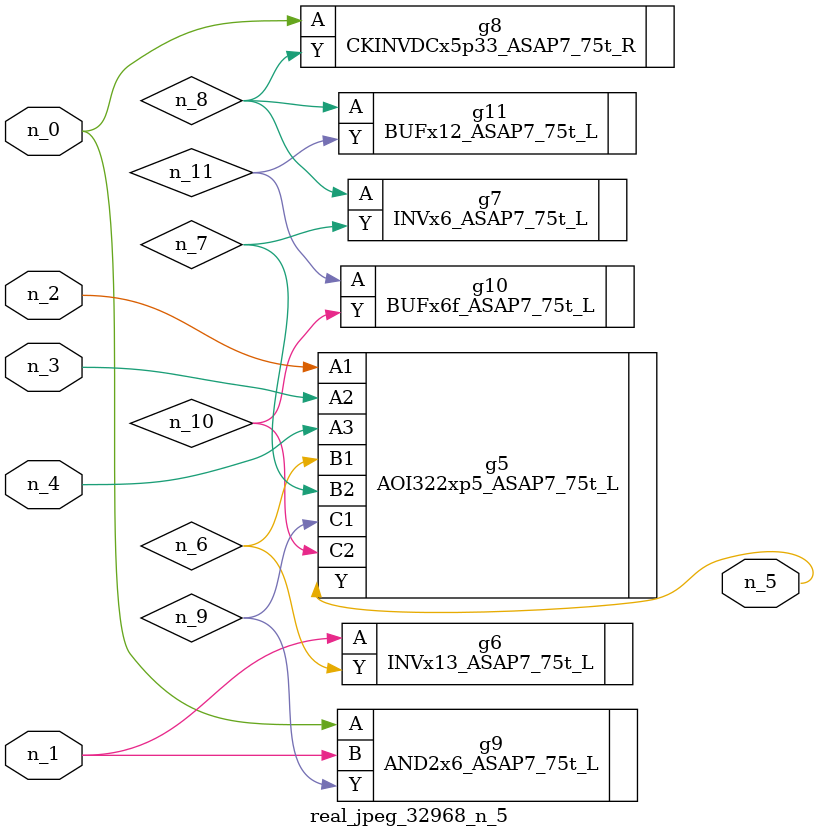
<source format=v>
module real_jpeg_32968_n_5 (n_4, n_0, n_1, n_2, n_3, n_5);

input n_4;
input n_0;
input n_1;
input n_2;
input n_3;

output n_5;

wire n_8;
wire n_11;
wire n_6;
wire n_7;
wire n_10;
wire n_9;

CKINVDCx5p33_ASAP7_75t_R g8 ( 
.A(n_0),
.Y(n_8)
);

AND2x6_ASAP7_75t_L g9 ( 
.A(n_0),
.B(n_1),
.Y(n_9)
);

INVx13_ASAP7_75t_L g6 ( 
.A(n_1),
.Y(n_6)
);

AOI322xp5_ASAP7_75t_L g5 ( 
.A1(n_2),
.A2(n_3),
.A3(n_4),
.B1(n_6),
.B2(n_7),
.C1(n_9),
.C2(n_10),
.Y(n_5)
);

INVx6_ASAP7_75t_L g7 ( 
.A(n_8),
.Y(n_7)
);

BUFx12_ASAP7_75t_L g11 ( 
.A(n_8),
.Y(n_11)
);

BUFx6f_ASAP7_75t_L g10 ( 
.A(n_11),
.Y(n_10)
);


endmodule
</source>
